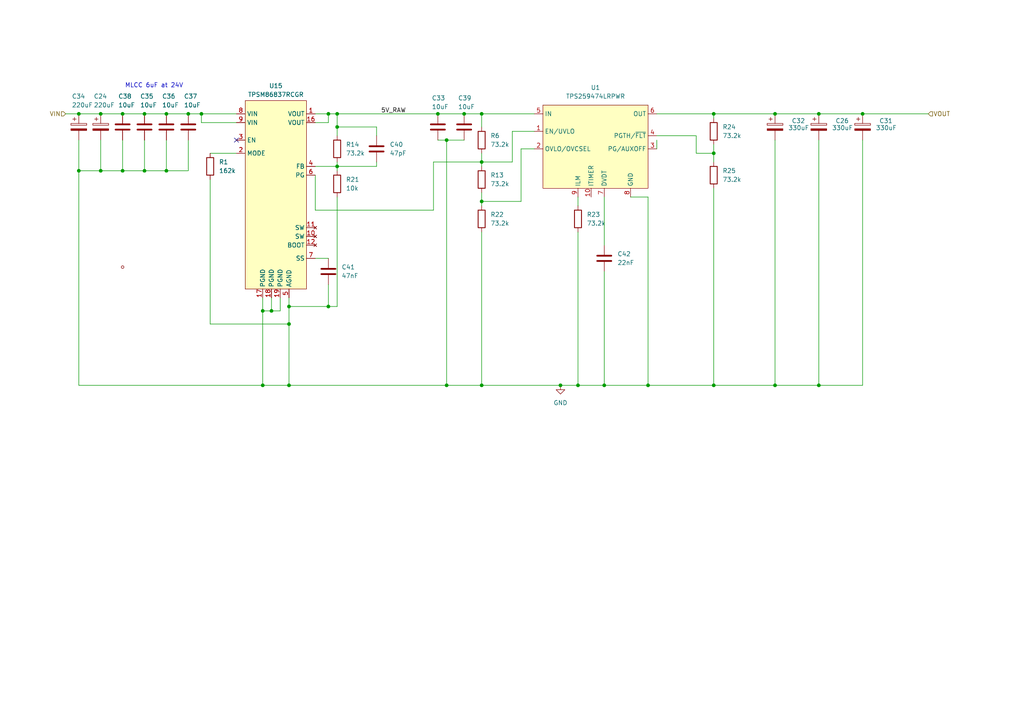
<source format=kicad_sch>
(kicad_sch (version 20250114) (generator "eeschema") (generator_version "9.0")
  (paper "A4")
  (lib_symbols
    (symbol "Device:C" (pin_numbers (hide yes)) (pin_names (offset 0.254))
      (property "Reference" "C" (at 0.635 2.54 0))
      (property "Value" "C" (at 0.635 -2.54 0))
      (symbol "C_0_1"
        (polyline (pts (xy -2.032 0.762) (xy 2.032 0.762)) (stroke (width 0.508)))
        (polyline (pts (xy -2.032 -0.762) (xy 2.032 -0.762)) (stroke (width 0.508)))
      )
      (symbol "C_1_1"
        (pin passive line (at 0 3.81 270) (length 2.794) (name "~") (number "1"))
        (pin passive line (at 0 -3.81 90) (length 2.794) (name "~") (number "2"))
      )
    )
    (symbol "Device:C_Polarized" (pin_numbers (hide yes)) (pin_names (offset 0.254))
      (property "Reference" "C" (at 0.635 2.54 0))
      (property "Value" "C_Polarized" (at 0.635 -2.54 0))
      (symbol "C_Polarized_0_1"
        (rectangle (start -2.286 0.508) (end 2.286 1.016))
        (polyline (pts (xy -1.778 2.286) (xy -0.762 2.286)))
        (polyline (pts (xy -1.27 2.794) (xy -1.27 1.778)))
        (rectangle (start 2.286 -0.508) (end -2.286 -1.016) (fill (type outline)))
      )
      (symbol "C_Polarized_1_1"
        (pin passive line (at 0 3.81 270) (length 2.794) (name "~") (number "1"))
        (pin passive line (at 0 -3.81 90) (length 2.794) (name "~") (number "2"))
      )
    )
    (symbol "Device:R" (pin_numbers (hide yes)) (pin_names (offset 0))
      (property "Reference" "R" (at 2.032 0 90))
      (property "Value" "R" (at 0 0 90))
      (symbol "R_0_1"
        (rectangle (start -1.016 -2.54) (end 1.016 2.54) (stroke (width 0.254)))
      )
      (symbol "R_1_1"
        (pin passive line (at 0 3.81 270) (length 1.27) (name "~") (number "1"))
        (pin passive line (at 0 -3.81 90) (length 1.27) (name "~") (number "2"))
      )
    )
    (symbol "easyeda2kicad:TPS259474LRPWR"
      (property "Reference" "U" (at 0 10.16 0))
      (property "Value" "TPS259474LRPWR" (at 0 12.7 0))
      (symbol "TPS259474LRPWR_0_1"
        (rectangle (start -15.24 7.62) (end 15.24 -16.51) (fill (type background)))
        (pin unspecified line (at -17.78 5.08 0) (length 2.54) (name "IN") (number "5"))
        (pin unspecified line (at -17.78 0 0) (length 2.54) (name "EN/UVLO") (number "1"))
        (pin unspecified line (at -17.78 -5.08 0) (length 2.54) (name "OVLO/OVCSEL") (number "2"))
        (pin unspecified line (at -5.08 -19.05 90) (length 2.54) (name "ILM") (number "9"))
        (pin unspecified line (at -1.27 -19.05 90) (length 2.54) (name "ITIMER") (number "10"))
        (pin unspecified line (at 2.54 -19.05 90) (length 2.54) (name "DVDT") (number "7"))
        (pin unspecified line (at 10.16 -19.05 90) (length 2.54) (name "GND") (number "8"))
        (pin unspecified line (at 17.78 5.08 180) (length 2.54) (name "OUT") (number "6"))
        (pin unspecified line (at 17.78 -1.27 180) (length 2.54) (name "PGTH/~{FLT}") (number "4"))
        (pin unspecified line (at 17.78 -5.08 180) (length 2.54) (name "PG/AUXOFF") (number "3"))
      )
    )
    (symbol "easyeda2kicad:TPSM86837RCGR"
      (property "Reference" "U" (at 0 16.51 0))
      (property "Value" "TPSM8683x" (at 0.254 18.542 0))
      (symbol "TPSM86837RCGR_0_1"
        (circle (center -44.45 -34.29) (radius 0.38))
        (rectangle (start -8.89 13.97) (end 8.89 -40.64) (fill (type background)))
        (pin unspecified line (at -11.43 10.16 0) (length 2.54) (name "VIN") (number "8"))
        (pin unspecified line (at -11.43 7.62 0) (length 2.54) (name "VIN") (number "9"))
        (pin unspecified line (at -11.43 2.54 0) (length 2.54) (name "EN") (number "3"))
        (pin unspecified line (at -11.43 -1.27 0) (length 2.54) (name "MODE") (number "2"))
        (pin unspecified line (at -3.81 -43.18 90) (length 2.54) (name "PGND") (number "17"))
        (pin unspecified line (at -1.27 -43.18 90) (length 2.54) (name "PGND") (number "18"))
        (pin unspecified line (at 1.27 -43.18 90) (length 2.54) (name "PGND") (number "19"))
        (pin unspecified line (at 3.81 -43.18 90) (length 2.54) (name "AGND") (number "5"))
        (pin unspecified line (at 11.43 10.16 180) (length 2.54) (name "VOUT") (number "1"))
        (pin unspecified line (at 11.43 7.62 180) (length 2.54) (name "VOUT") (number "16"))
        (pin unspecified line (at 11.43 -5.08 180) (length 2.54) (name "FB") (number "4"))
        (pin unspecified line (at 11.43 -7.62 180) (length 2.54) (name "PG") (number "6"))
        (pin no_connect line (at 11.43 -20.32 180) (length 2.54) (hide yes) (name "NC") (number "13"))
        (pin no_connect line (at 11.43 -22.86 180) (length 2.54) (name "SW") (number "11"))
        (pin no_connect line (at 11.43 -25.4 180) (length 2.54) (name "SW") (number "10"))
        (pin no_connect line (at 11.43 -27.94 180) (length 2.54) (name "BOOT") (number "12"))
        (pin unspecified line (at 11.43 -31.75 180) (length 2.54) (name "SS") (number "7"))
      )
      (symbol "TPSM86837RCGR_1_1"
        (pin no_connect line (at 11.43 -15.24 180) (length 2.54) (hide yes) (name "NC") (number "15"))
        (pin no_connect line (at 11.43 -17.78 180) (length 2.54) (hide yes) (name "NC") (number "14"))
      )
    )
    (symbol "power:GND" (power) (pin_numbers (hide yes)) (pin_names (offset 0) (hide yes))
      (property "Value" "GND" (at 0 -3.81 0))
      (symbol "GND_0_1"
        (polyline (pts (xy 0 0) (xy 0 -1.27) (xy 1.27 -1.27) (xy 0 -2.54) (xy -1.27 -1.27) (xy 0 -1.27)))
      )
      (symbol "GND_1_1"
        (pin power_in line (at 0 0 270) (length 0) (name "~") (number "1"))
      )
    )
  )
  (text "MLCC 6uF at 24V" (at 44.704 24.892 0) (effects (font (size 1.27 1.27))))
  (junction (at 22.86 33.02))
  (junction (at 162.56 111.76))
  (junction (at 97.79 36.83))
  (junction (at 129.54 111.76))
  (junction (at 95.25 33.02))
  (junction (at 97.79 48.26))
  (junction (at 35.56 49.53))
  (junction (at 250.19 33.02))
  (junction (at 207.01 44.45))
  (junction (at 58.42 33.02))
  (junction (at 139.7 111.76))
  (junction (at 48.26 33.02))
  (junction (at 29.21 33.02))
  (junction (at 175.26 111.76))
  (junction (at 224.79 111.76))
  (junction (at 139.7 46.99))
  (junction (at 134.62 33.02))
  (junction (at 78.74 90.17))
  (junction (at 207.01 111.76))
  (junction (at 224.79 33.02))
  (junction (at 207.01 33.02))
  (junction (at 187.96 111.76))
  (junction (at 22.86 49.53))
  (junction (at 97.79 33.02))
  (junction (at 54.61 33.02))
  (junction (at 237.49 33.02))
  (junction (at 41.91 49.53))
  (junction (at 83.82 93.98))
  (junction (at 76.2 90.17))
  (junction (at 48.26 49.53))
  (junction (at 129.54 40.64))
  (junction (at 76.2 111.76))
  (junction (at 35.56 33.02))
  (junction (at 139.7 33.02))
  (junction (at 139.7 58.42))
  (junction (at 95.25 88.9))
  (junction (at 83.82 88.9))
  (junction (at 237.49 111.76))
  (junction (at 167.64 111.76))
  (junction (at 83.82 111.76))
  (junction (at 41.91 33.02))
  (junction (at 29.21 49.53))
  (junction (at 127 33.02))
  (no_connect (at 68.58 40.64))
  (wire (pts (xy 162.56 111.76) (xy 167.64 111.76)))
  (wire (pts (xy 35.56 40.64) (xy 35.56 49.53)))
  (wire (pts (xy 139.7 67.31) (xy 139.7 111.76)))
  (wire (pts (xy 91.44 35.56) (xy 95.25 35.56)))
  (wire (pts (xy 41.91 33.02) (xy 48.26 33.02)))
  (wire (pts (xy 139.7 55.88) (xy 139.7 58.42)))
  (wire (pts (xy 148.59 46.99) (xy 148.59 38.1)))
  (wire (pts (xy 109.22 39.37) (xy 109.22 36.83)))
  (wire (pts (xy 127 33.02) (xy 134.62 33.02)))
  (wire (pts (xy 58.42 35.56) (xy 58.42 33.02)))
  (wire (pts (xy 97.79 48.26) (xy 109.22 48.26)))
  (wire (pts (xy 134.62 33.02) (xy 139.7 33.02)))
  (wire (pts (xy 148.59 46.99) (xy 139.7 46.99)))
  (wire (pts (xy 81.28 86.36) (xy 81.28 90.17)))
  (wire (pts (xy 91.44 60.96) (xy 125.73 60.96)))
  (wire (pts (xy 201.93 39.37) (xy 201.93 44.45)))
  (wire (pts (xy 175.26 57.15) (xy 175.26 71.12)))
  (wire (pts (xy 29.21 40.64) (xy 29.21 49.53)))
  (wire (pts (xy 48.26 49.53) (xy 41.91 49.53)))
  (wire (pts (xy 60.96 93.98) (xy 83.82 93.98)))
  (wire (pts (xy 76.2 90.17) (xy 76.2 86.36)))
  (wire (pts (xy 237.49 111.76) (xy 224.79 111.76)))
  (wire (pts (xy 190.5 33.02) (xy 207.01 33.02)))
  (wire (pts (xy 78.74 90.17) (xy 76.2 90.17)))
  (wire (pts (xy 237.49 40.64) (xy 237.49 111.76)))
  (wire (pts (xy 224.79 33.02) (xy 237.49 33.02)))
  (wire (pts (xy 139.7 58.42) (xy 151.13 58.42)))
  (wire (pts (xy 167.64 57.15) (xy 167.64 59.69)))
  (wire (pts (xy 83.82 86.36) (xy 83.82 88.9)))
  (wire (pts (xy 207.01 41.91) (xy 207.01 44.45)))
  (wire (pts (xy 35.56 33.02) (xy 41.91 33.02)))
  (wire (pts (xy 201.93 44.45) (xy 207.01 44.45)))
  (wire (pts (xy 207.01 33.02) (xy 207.01 34.29)))
  (wire (pts (xy 148.59 38.1) (xy 154.94 38.1)))
  (wire (pts (xy 97.79 33.02) (xy 97.79 36.83)))
  (wire (pts (xy 54.61 40.64) (xy 54.61 49.53)))
  (wire (pts (xy 187.96 57.15) (xy 182.88 57.15)))
  (wire (pts (xy 207.01 54.61) (xy 207.01 111.76)))
  (wire (pts (xy 60.96 44.45) (xy 68.58 44.45)))
  (wire (pts (xy 190.5 43.18) (xy 190.5 40.64)))
  (wire (pts (xy 95.25 88.9) (xy 83.82 88.9)))
  (wire (pts (xy 91.44 48.26) (xy 97.79 48.26)))
  (wire (pts (xy 167.64 111.76) (xy 175.26 111.76)))
  (wire (pts (xy 134.62 40.64) (xy 129.54 40.64)))
  (wire (pts (xy 97.79 36.83) (xy 97.79 39.37)))
  (wire (pts (xy 22.86 49.53) (xy 22.86 111.76)))
  (wire (pts (xy 207.01 33.02) (xy 224.79 33.02)))
  (wire (pts (xy 83.82 93.98) (xy 83.82 111.76)))
  (wire (pts (xy 91.44 50.8) (xy 91.44 60.96)))
  (wire (pts (xy 83.82 88.9) (xy 83.82 93.98)))
  (wire (pts (xy 95.25 35.56) (xy 95.25 33.02)))
  (wire (pts (xy 139.7 46.99) (xy 139.7 48.26)))
  (wire (pts (xy 250.19 40.64) (xy 250.19 111.76)))
  (wire (pts (xy 76.2 111.76) (xy 76.2 90.17)))
  (wire (pts (xy 97.79 33.02) (xy 127 33.02)))
  (wire (pts (xy 129.54 40.64) (xy 129.54 111.76)))
  (wire (pts (xy 109.22 46.99) (xy 109.22 48.26)))
  (wire (pts (xy 68.58 35.56) (xy 58.42 35.56)))
  (wire (pts (xy 78.74 86.36) (xy 78.74 90.17)))
  (wire (pts (xy 207.01 44.45) (xy 207.01 46.99)))
  (wire (pts (xy 29.21 49.53) (xy 22.86 49.53)))
  (wire (pts (xy 175.26 78.74) (xy 175.26 111.76)))
  (wire (pts (xy 125.73 46.99) (xy 139.7 46.99)))
  (wire (pts (xy 175.26 111.76) (xy 187.96 111.76)))
  (wire (pts (xy 190.5 39.37) (xy 201.93 39.37)))
  (wire (pts (xy 224.79 40.64) (xy 224.79 111.76)))
  (wire (pts (xy 76.2 111.76) (xy 83.82 111.76)))
  (wire (pts (xy 95.25 33.02) (xy 97.79 33.02)))
  (wire (pts (xy 83.82 111.76) (xy 129.54 111.76)))
  (wire (pts (xy 139.7 44.45) (xy 139.7 46.99)))
  (wire (pts (xy 129.54 111.76) (xy 139.7 111.76)))
  (wire (pts (xy 109.22 36.83) (xy 97.79 36.83)))
  (wire (pts (xy 139.7 58.42) (xy 139.7 59.69)))
  (wire (pts (xy 41.91 40.64) (xy 41.91 49.53)))
  (wire (pts (xy 250.19 33.02) (xy 269.24 33.02)))
  (wire (pts (xy 35.56 49.53) (xy 29.21 49.53)))
  (wire (pts (xy 125.73 60.96) (xy 125.73 46.99)))
  (wire (pts (xy 97.79 57.15) (xy 97.79 88.9)))
  (wire (pts (xy 91.44 74.93) (xy 95.25 74.93)))
  (wire (pts (xy 127 40.64) (xy 129.54 40.64)))
  (wire (pts (xy 207.01 111.76) (xy 224.79 111.76)))
  (wire (pts (xy 97.79 48.26) (xy 97.79 49.53)))
  (wire (pts (xy 22.86 40.64) (xy 22.86 49.53)))
  (wire (pts (xy 54.61 49.53) (xy 48.26 49.53)))
  (wire (pts (xy 97.79 88.9) (xy 95.25 88.9)))
  (wire (pts (xy 22.86 33.02) (xy 29.21 33.02)))
  (wire (pts (xy 48.26 40.64) (xy 48.26 49.53)))
  (wire (pts (xy 139.7 111.76) (xy 162.56 111.76)))
  (wire (pts (xy 54.61 33.02) (xy 58.42 33.02)))
  (wire (pts (xy 139.7 33.02) (xy 154.94 33.02)))
  (wire (pts (xy 151.13 43.18) (xy 154.94 43.18)))
  (wire (pts (xy 151.13 58.42) (xy 151.13 43.18)))
  (wire (pts (xy 19.05 33.02) (xy 22.86 33.02)))
  (wire (pts (xy 139.7 36.83) (xy 139.7 33.02)))
  (wire (pts (xy 187.96 111.76) (xy 207.01 111.76)))
  (wire (pts (xy 91.44 33.02) (xy 95.25 33.02)))
  (wire (pts (xy 250.19 111.76) (xy 237.49 111.76)))
  (wire (pts (xy 29.21 33.02) (xy 35.56 33.02)))
  (wire (pts (xy 81.28 90.17) (xy 78.74 90.17)))
  (wire (pts (xy 60.96 52.07) (xy 60.96 93.98)))
  (wire (pts (xy 41.91 49.53) (xy 35.56 49.53)))
  (wire (pts (xy 48.26 33.02) (xy 54.61 33.02)))
  (wire (pts (xy 187.96 111.76) (xy 187.96 57.15)))
  (wire (pts (xy 97.79 46.99) (xy 97.79 48.26)))
  (wire (pts (xy 167.64 67.31) (xy 167.64 111.76)))
  (wire (pts (xy 95.25 82.55) (xy 95.25 88.9)))
  (wire (pts (xy 58.42 33.02) (xy 68.58 33.02)))
  (wire (pts (xy 237.49 33.02) (xy 250.19 33.02)))
  (wire (pts (xy 22.86 111.76) (xy 76.2 111.76)))
  (label "5V_RAW" (at 110.49 33.02 0))
  (hierarchical_label "VIN" (shape input) (at 19.05 33.02 180))
  (hierarchical_label "VOUT" (shape input) (at 269.24 33.02 0))
  (symbol (lib_id "Device:R") (at 139.7 52.07 0) (unit 1)
    (property "Reference" "R13" (at 142.24 50.7999 0) (effects (justify left)))
    (property "Value" "73.2k" (at 142.24 53.3399 0) (effects (justify left)))
    (property "Footprint" "Resistor_SMD:R_0402_1005Metric" (effects (hide yes)))
    (property "Description" "Resistor" (effects (hide yes)))
  )
  (symbol (lib_id "Device:C") (at 35.56 36.83 0) (unit 1)
    (property "Reference" "C38" (at 34.29 27.94 0) (effects (justify left)))
    (property "Value" "10uF" (at 34.29 30.48 0) (effects (justify left)))
    (property "Footprint" "Capacitor_SMD:C_1210_3225Metric" (effects (hide yes)))
    (property "Description" "Unpolarized capacitor" (effects (hide yes)))
    (property "LCSC Part" "C77102" (effects (hide yes)))
  )
  (symbol (lib_id "Device:R") (at 139.7 40.64 0) (unit 1)
    (property "Reference" "R6" (at 142.24 39.3699 0) (effects (justify left)))
    (property "Value" "73.2k" (at 142.24 41.9099 0) (effects (justify left)))
    (property "Footprint" "Resistor_SMD:R_0402_1005Metric" (effects (hide yes)))
    (property "Description" "Resistor" (effects (hide yes)))
  )
  (symbol (lib_id "Device:C") (at 41.91 36.83 0) (unit 1)
    (property "Reference" "C35" (at 40.64 27.94 0) (effects (justify left)))
    (property "Value" "10uF" (at 40.64 30.48 0) (effects (justify left)))
    (property "Footprint" "Capacitor_SMD:C_1210_3225Metric" (effects (hide yes)))
    (property "Description" "Unpolarized capacitor" (effects (hide yes)))
    (property "LCSC Part" "C77102" (effects (hide yes)))
  )
  (symbol (lib_id "Device:C") (at 48.26 36.83 0) (unit 1)
    (property "Reference" "C36" (at 46.99 27.94 0) (effects (justify left)))
    (property "Value" "10uF" (at 46.99 30.48 0) (effects (justify left)))
    (property "Footprint" "Capacitor_SMD:C_1210_3225Metric" (effects (hide yes)))
    (property "Description" "Unpolarized capacitor" (effects (hide yes)))
    (property "LCSC Part" "C77102" (effects (hide yes)))
  )
  (symbol (lib_id "Device:C_Polarized") (at 22.86 36.83 0) (unit 1)
    (property "Reference" "C34" (at 20.828 27.94 0) (effects (justify left)))
    (property "Value" "220uF" (at 20.828 30.48 0) (effects (justify left)))
    (property "Footprint" "easyeda2kicad:CAP-SMD_BD8.0-L8.3-W8.3-FD" (effects (hide yes)))
    (property "Description" "Polarized capacitor" (effects (hide yes)))
    (property "LCSC Part" "C2923769" (effects (hide yes)))
  )
  (symbol (lib_id "easyeda2kicad:TPSM86837RCGR") (at 80.01 43.18 0) (unit 1)
    (property "Reference" "U15" (at 80.01 24.892 0))
    (property "Value" "TPSM86837RCGR" (at 80.01 27.432 0))
    (property "Footprint" "easyeda2kicad:B3QFN-19_L5.5-W5.0-P0.50-TL" (effects (hide yes)))
    (property "LCSC Part" "C34572614" (effects (hide yes)))
  )
  (symbol (lib_id "Device:R") (at 97.79 53.34 0) (unit 1)
    (property "Reference" "R21" (at 100.33 52.0699 0) (effects (justify left)))
    (property "Value" "10k" (at 100.33 54.6099 0) (effects (justify left)))
    (property "Footprint" "Resistor_SMD:R_0402_1005Metric" (effects (hide yes)))
    (property "Description" "Resistor" (effects (hide yes)))
  )
  (symbol (lib_id "Device:R") (at 207.01 50.8 0) (unit 1)
    (property "Reference" "R25" (at 209.55 49.5299 0) (effects (justify left)))
    (property "Value" "73.2k" (at 209.55 52.0699 0) (effects (justify left)))
    (property "Footprint" "Resistor_SMD:R_0402_1005Metric" (effects (hide yes)))
    (property "Description" "Resistor" (effects (hide yes)))
  )
  (symbol (lib_id "Device:C") (at 95.25 78.74 0) (unit 1)
    (property "Reference" "C41" (at 99.06 77.4699 0) (effects (justify left)))
    (property "Value" "47nF" (at 99.06 80.0099 0) (effects (justify left)))
    (property "Footprint" "Capacitor_SMD:C_0402_1005Metric" (effects (hide yes)))
    (property "Description" "Unpolarized capacitor" (effects (hide yes)))
  )
  (symbol (lib_id "Device:C_Polarized") (at 237.49 36.83 0) (unit 1)
    (property "Reference" "C26" (at 242.316 35.052 0) (effects (justify left)))
    (property "Value" "330uF" (at 241.3 37.084 0) (effects (justify left)))
    (property "Footprint" "easyeda2kicad:CAP-SMD_L7.3-W4.3-FD" (effects (hide yes)))
    (property "Description" "Polarized capacitor" (effects (hide yes)))
    (property "LCSC Part" "C2159214" (effects (hide yes)))
  )
  (symbol (lib_id "power:GND") (at 162.56 111.76 0) (unit 1)
    (property "Reference" "#PWR01" (effects (hide yes)))
    (property "Value" "GND" (at 162.56 116.84 0))
    (property "Description" "Power symbol creates a global label with name \"GND\" , ground" (effects (hide yes)))
  )
  (symbol (lib_id "Device:C") (at 127 36.83 0) (unit 1)
    (property "Reference" "C33" (at 125.222 28.448 0) (effects (justify left)))
    (property "Value" "10uF" (at 125.222 30.988 0) (effects (justify left)))
    (property "Footprint" "Capacitor_SMD:C_1206_3216Metric" (effects (hide yes)))
    (property "Description" "Unpolarized capacitor" (effects (hide yes)))
    (property "LCSC Part" "C2803389" (effects (hide yes)))
  )
  (symbol (lib_id "Device:C") (at 109.22 43.18 0) (unit 1)
    (property "Reference" "C40" (at 113.03 41.9099 0) (effects (justify left)))
    (property "Value" "47pF" (at 113.03 44.4499 0) (effects (justify left)))
    (property "Footprint" "Capacitor_SMD:C_0402_1005Metric" (effects (hide yes)))
    (property "Description" "Unpolarized capacitor" (effects (hide yes)))
  )
  (symbol (lib_id "Device:C_Polarized") (at 250.19 36.83 0) (unit 1)
    (property "Reference" "C31" (at 255.016 35.052 0) (effects (justify left)))
    (property "Value" "330uF" (at 254 37.084 0) (effects (justify left)))
    (property "Footprint" "easyeda2kicad:CAP-SMD_L7.3-W4.3-FD" (effects (hide yes)))
    (property "Description" "Polarized capacitor" (effects (hide yes)))
    (property "LCSC Part" "C2159214" (effects (hide yes)))
  )
  (symbol (lib_id "Device:R") (at 139.7 63.5 0) (unit 1)
    (property "Reference" "R22" (at 142.24 62.2299 0) (effects (justify left)))
    (property "Value" "73.2k" (at 142.24 64.7699 0) (effects (justify left)))
    (property "Footprint" "Resistor_SMD:R_0402_1005Metric" (effects (hide yes)))
    (property "Description" "Resistor" (effects (hide yes)))
  )
  (symbol (lib_id "Device:C") (at 54.61 36.83 0) (unit 1)
    (property "Reference" "C37" (at 53.34 27.94 0) (effects (justify left)))
    (property "Value" "10uF" (at 53.34 30.48 0) (effects (justify left)))
    (property "Footprint" "Capacitor_SMD:C_1210_3225Metric" (effects (hide yes)))
    (property "Description" "Unpolarized capacitor" (effects (hide yes)))
    (property "LCSC Part" "C77102" (effects (hide yes)))
  )
  (symbol (lib_id "Device:C") (at 134.62 36.83 0) (unit 1)
    (property "Reference" "C39" (at 132.842 28.448 0) (effects (justify left)))
    (property "Value" "10uF" (at 132.842 30.988 0) (effects (justify left)))
    (property "Footprint" "Capacitor_SMD:C_1206_3216Metric" (effects (hide yes)))
    (property "Description" "Unpolarized capacitor" (effects (hide yes)))
    (property "LCSC Part" "C2803389" (effects (hide yes)))
  )
  (symbol (lib_id "Device:C") (at 175.26 74.93 0) (unit 1)
    (property "Reference" "C42" (at 179.07 73.6599 0) (effects (justify left)))
    (property "Value" "22nF" (at 179.07 76.1999 0) (effects (justify left)))
    (property "Footprint" "Capacitor_SMD:C_0402_1005Metric" (effects (hide yes)))
    (property "Description" "Unpolarized capacitor" (effects (hide yes)))
  )
  (symbol (lib_id "Device:R") (at 97.79 43.18 0) (unit 1)
    (property "Reference" "R14" (at 100.33 41.9099 0) (effects (justify left)))
    (property "Value" "73.2k" (at 100.33 44.4499 0) (effects (justify left)))
    (property "Footprint" "Resistor_SMD:R_0402_1005Metric" (effects (hide yes)))
    (property "Description" "Resistor" (effects (hide yes)))
  )
  (symbol (lib_id "Device:C_Polarized") (at 29.21 36.83 0) (unit 1)
    (property "Reference" "C24" (at 27.178 27.94 0) (effects (justify left)))
    (property "Value" "220uF" (at 27.178 30.48 0) (effects (justify left)))
    (property "Footprint" "easyeda2kicad:CAP-SMD_BD8.0-L8.3-W8.3-FD" (effects (hide yes)))
    (property "Description" "Polarized capacitor" (effects (hide yes)))
    (property "LCSC Part" "C2923769" (effects (hide yes)))
  )
  (symbol (lib_id "Device:R") (at 207.01 38.1 0) (unit 1)
    (property "Reference" "R24" (at 209.55 36.8299 0) (effects (justify left)))
    (property "Value" "73.2k" (at 209.55 39.3699 0) (effects (justify left)))
    (property "Footprint" "Resistor_SMD:R_0402_1005Metric" (effects (hide yes)))
    (property "Description" "Resistor" (effects (hide yes)))
  )
  (symbol (lib_id "Device:R") (at 167.64 63.5 0) (unit 1)
    (property "Reference" "R23" (at 170.18 62.2299 0) (effects (justify left)))
    (property "Value" "73.2k" (at 170.18 64.7699 0) (effects (justify left)))
    (property "Footprint" "Resistor_SMD:R_0402_1005Metric" (effects (hide yes)))
    (property "Description" "Resistor" (effects (hide yes)))
  )
  (symbol (lib_id "easyeda2kicad:TPS259474LRPWR") (at 172.72 38.1 0) (unit 1)
    (property "Reference" "U1" (at 172.72 25.4 0))
    (property "Value" "TPS259474LRPWR" (at 172.72 27.94 0))
    (property "Footprint" "easyeda2kicad:VQFN-10_L2.0-W2.0-P0.45-TL" (effects (hide yes)))
    (property "LCSC Part" "C2864845" (effects (hide yes)))
  )
  (symbol (lib_id "Device:R") (at 60.96 48.26 0) (unit 1)
    (property "Reference" "R1" (at 63.5 46.9899 0) (effects (justify left)))
    (property "Value" "162k" (at 63.5 49.5299 0) (effects (justify left)))
    (property "Footprint" "Resistor_SMD:R_0402_1005Metric" (effects (hide yes)))
    (property "Description" "Resistor" (effects (hide yes)))
  )
  (symbol (lib_id "Device:C_Polarized") (at 224.79 36.83 0) (unit 1)
    (property "Reference" "C32" (at 229.616 35.052 0) (effects (justify left)))
    (property "Value" "330uF" (at 228.6 37.084 0) (effects (justify left)))
    (property "Footprint" "easyeda2kicad:CAP-SMD_L7.3-W4.3-FD" (effects (hide yes)))
    (property "Description" "Polarized capacitor" (effects (hide yes)))
    (property "LCSC Part" "C2159214" (effects (hide yes)))
  )
)
</source>
